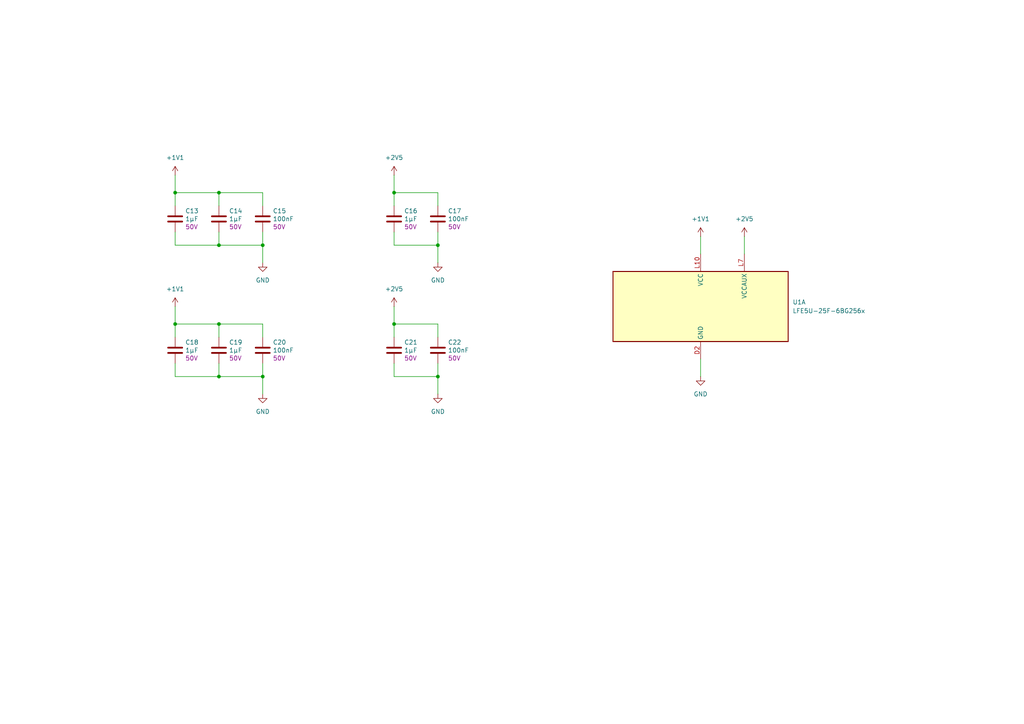
<source format=kicad_sch>
(kicad_sch (version 20250114) (generator "eeschema") (generator_version "9.0")
  (paper "A4")
  (lib_symbols
    (symbol "Device:C" (pin_numbers (hide yes)) (pin_names (offset 0.254))
      (property "Reference" "C" (at 0.635 2.54 0))
      (property "Value" "C" (at 0.635 -2.54 0))
      (symbol "C_0_1"
        (polyline (pts (xy -2.032 0.762) (xy 2.032 0.762)) (stroke (width 0.508)))
        (polyline (pts (xy -2.032 -0.762) (xy 2.032 -0.762)) (stroke (width 0.508)))
      )
      (symbol "C_1_1"
        (pin passive line (at 0 3.81 270) (length 2.794) (name "~") (number "1"))
        (pin passive line (at 0 -3.81 90) (length 2.794) (name "~") (number "2"))
      )
    )
    (symbol "clavier:LFE5U-25F-6BG256x"
      (property "Reference" "U" (at 24.13 0 0))
      (property "Value" "LFE5U-25F-6BG256x" (at 24.13 -2.54 0))
      (symbol "LFE5U-25F-6BG256x_1_1"
        (rectangle (start -25.4 10.16) (end 25.4 -10.16) (stroke (width 0.3048)) (fill (type background)))
        (pin passive line (at 0 15.24 270) (length 5.08) (hide yes) (name "VCC") (number "G6"))
        (pin passive line (at 0 15.24 270) (length 5.08) (hide yes) (name "VCC") (number "G7"))
        (pin passive line (at 0 15.24 270) (length 5.08) (hide yes) (name "VCC") (number "G9"))
        (pin power_in line (at 0 15.24 270) (length 5.08) (name "VCC") (number "L10"))
        (pin passive line (at 0 15.24 270) (length 5.08) (hide yes) (name "VCC") (number "L8"))
        (pin passive line (at 0 15.24 270) (length 5.08) (hide yes) (name "VCC") (number "L9"))
        (pin passive line (at 0 -15.24 90) (length 5.08) (hide yes) (name "GND") (number "A1"))
        (pin passive line (at 0 -15.24 90) (length 5.08) (hide yes) (name "GND") (number "A16"))
        (pin passive line (at 0 -15.24 90) (length 5.08) (hide yes) (name "GND") (number "D15"))
        (pin power_in line (at 0 -15.24 90) (length 5.08) (name "GND") (number "D2"))
        (pin passive line (at 0 -15.24 90) (length 5.08) (hide yes) (name "GND") (number "F8"))
        (pin passive line (at 0 -15.24 90) (length 5.08) (hide yes) (name "GND") (number "F9"))
        (pin passive line (at 0 -15.24 90) (length 5.08) (hide yes) (name "GND") (number "G10"))
        (pin passive line (at 0 -15.24 90) (length 5.08) (hide yes) (name "GND") (number "G8"))
        (pin passive line (at 0 -15.24 90) (length 5.08) (hide yes) (name "GND") (number "H1"))
        (pin passive line (at 0 -15.24 90) (length 5.08) (hide yes) (name "GND") (number "H10"))
        (pin passive line (at 0 -15.24 90) (length 5.08) (hide yes) (name "GND") (number "H16"))
        (pin passive line (at 0 -15.24 90) (length 5.08) (hide yes) (name "GND") (number "H8"))
        (pin passive line (at 0 -15.24 90) (length 5.08) (hide yes) (name "GND") (number "H9"))
        (pin passive line (at 0 -15.24 90) (length 5.08) (hide yes) (name "GND") (number "J10"))
        (pin passive line (at 0 -15.24 90) (length 5.08) (hide yes) (name "GND") (number "J8"))
        (pin passive line (at 0 -15.24 90) (length 5.08) (hide yes) (name "GND") (number "J9"))
        (pin passive line (at 0 -15.24 90) (length 5.08) (hide yes) (name "GND") (number "K10"))
        (pin passive line (at 0 -15.24 90) (length 5.08) (hide yes) (name "GND") (number "K6"))
        (pin passive line (at 0 -15.24 90) (length 5.08) (hide yes) (name "GND") (number "K7"))
        (pin passive line (at 0 -15.24 90) (length 5.08) (hide yes) (name "GND") (number "K8"))
        (pin passive line (at 0 -15.24 90) (length 5.08) (hide yes) (name "GND") (number "K9"))
        (pin passive line (at 0 -15.24 90) (length 5.08) (hide yes) (name "GND") (number "N15"))
        (pin passive line (at 0 -15.24 90) (length 5.08) (hide yes) (name "GND") (number "N2"))
        (pin passive line (at 0 -15.24 90) (length 5.08) (hide yes) (name "GND") (number "T1"))
        (pin passive line (at 0 -15.24 90) (length 5.08) (hide yes) (name "GND") (number "T12"))
        (pin passive line (at 0 -15.24 90) (length 5.08) (hide yes) (name "GND") (number "T16"))
        (pin passive line (at 0 -15.24 90) (length 5.08) (hide yes) (name "GND") (number "T5"))
        (pin passive line (at 12.7 15.24 270) (length 5.08) (hide yes) (name "VCCAUX") (number "G11"))
        (pin power_in line (at 12.7 15.24 270) (length 5.08) (name "VCCAUX") (number "L7"))
      )
      (symbol "LFE5U-25F-6BG256x_2_1"
        (rectangle (start -5.08 35.56) (end 5.08 -35.56) (stroke (width 0.3048)) (fill (type background)))
        (pin bidirectional line (at -10.16 25.4 0) (length 5.08) (name "PT4A") (number "A2"))
        (pin bidirectional line (at -10.16 22.86 0) (length 5.08) (name "PT4B") (number "B3"))
        (pin bidirectional line (at -10.16 20.32 0) (length 5.08) (name "PT6A") (number "A3"))
        (pin bidirectional line (at -10.16 17.78 0) (length 5.08) (name "PT6B") (number "A4"))
        (pin bidirectional line (at -10.16 15.24 0) (length 5.08) (name "PT9A") (number "E4"))
        (pin bidirectional line (at -10.16 12.7 0) (length 5.08) (name "PT9B") (number "D4"))
        (pin bidirectional line (at -10.16 10.16 0) (length 5.08) (name "PT11A") (number "C4"))
        (pin bidirectional line (at -10.16 7.62 0) (length 5.08) (name "PT11B") (number "B4"))
        (pin bidirectional line (at -10.16 5.08 0) (length 5.08) (name "PT13A") (number "E5"))
        (pin bidirectional line (at -10.16 2.54 0) (length 5.08) (name "PT13B") (number "D5"))
        (pin bidirectional line (at -10.16 0 0) (length 5.08) (name "PT15A") (number "C5"))
        (pin bidirectional line (at -10.16 -2.54 0) (length 5.08) (name "PT15B") (number "B5"))
        (pin bidirectional line (at -10.16 -5.08 0) (length 5.08) (name "PT18A") (number "A5"))
        (pin bidirectional line (at -10.16 -7.62 0) (length 5.08) (name "PT18B") (number "A6"))
        (pin bidirectional line (at -10.16 -10.16 0) (length 5.08) (name "PT20A") (number "E6"))
        (pin bidirectional line (at -10.16 -12.7 0) (length 5.08) (name "PT20B") (number "D6"))
        (pin bidirectional line (at -10.16 -15.24 0) (length 5.08) (name "PT22A") (number "C6"))
        (pin bidirectional line (at -10.16 -17.78 0) (length 5.08) (name "PT22B") (number "B6"))
        (pin bidirectional line (at -10.16 -20.32 0) (length 5.08) (name "PT24A") (number "E7"))
        (pin bidirectional line (at -10.16 -22.86 0) (length 5.08) (name "PT24B") (number "D7"))
        (pin bidirectional line (at -10.16 -25.4 0) (length 5.08) (name "PT27A") (number "C7"))
        (pin bidirectional line (at -10.16 -27.94 0) (length 5.08) (name "PT27B") (number "B7"))
        (pin bidirectional line (at -10.16 -30.48 0) (length 5.08) (name "PT29A") (number "A7"))
        (pin bidirectional line (at -10.16 -33.02 0) (length 5.08) (name "PT29B") (number "A8"))
        (pin passive line (at 0 40.64 270) (length 5.08) (hide yes) (name "VCCIO0") (number "F6"))
        (pin power_in line (at 0 40.64 270) (length 5.08) (name "VCCIO0") (number "F7"))
      )
      (symbol "LFE5U-25F-6BG256x_3_1"
        (rectangle (start -5.08 45.72) (end 5.08 -45.72) (stroke (width 0.3048)) (fill (type background)))
        (pin bidirectional line (at -10.16 35.56 0) (length 5.08) (name "PT33A") (number "E8"))
        (pin bidirectional line (at -10.16 33.02 0) (length 5.08) (name "PT33B") (number "D8"))
        (pin bidirectional line (at -10.16 30.48 0) (length 5.08) (name "PT35A") (number "C8"))
        (pin bidirectional line (at -10.16 27.94 0) (length 5.08) (name "PT35B") (number "B8"))
        (pin bidirectional line (at -10.16 25.4 0) (length 5.08) (name "PT38A") (number "B9"))
        (pin bidirectional line (at -10.16 22.86 0) (length 5.08) (name "PT38B") (number "C9"))
        (pin bidirectional line (at -10.16 20.32 0) (length 5.08) (name "PT40A") (number "D9"))
        (pin bidirectional line (at -10.16 17.78 0) (length 5.08) (name "PT40B") (number "E9"))
        (pin bidirectional line (at -10.16 15.24 0) (length 5.08) (name "PT42A") (number "A9"))
        (pin bidirectional line (at -10.16 12.7 0) (length 5.08) (name "PT42B") (number "A10"))
        (pin bidirectional line (at -10.16 10.16 0) (length 5.08) (name "PT44A") (number "B10"))
        (pin bidirectional line (at -10.16 7.62 0) (length 5.08) (name "PT44B") (number "C10"))
        (pin bidirectional line (at -10.16 5.08 0) (length 5.08) (name "PT47A") (number "D10"))
        (pin bidirectional line (at -10.16 2.54 0) (length 5.08) (name "PT47B") (number "E10"))
        (pin bidirectional line (at -10.16 0 0) (length 5.08) (name "PT49A") (number "B11"))
        (pin bidirectional line (at -10.16 -2.54 0) (length 5.08) (name "PT49B") (number "C11"))
        (pin bidirectional line (at -10.16 -5.08 0) (length 5.08) (name "PT51A") (number "D11"))
        (pin bidirectional line (at -10.16 -7.62 0) (length 5.08) (name "PT51B") (number "E11"))
        (pin bidirectional line (at -10.16 -10.16 0) (length 5.08) (name "PT53A") (number "A11"))
        (pin bidirectional line (at -10.16 -12.7 0) (length 5.08) (name "PT53B") (number "A12"))
        (pin bidirectional line (at -10.16 -15.24 0) (length 5.08) (name "PT56A") (number "B12"))
        (pin bidirectional line (at -10.16 -17.78 0) (length 5.08) (name "PT56B") (number "C12"))
        (pin bidirectional line (at -10.16 -20.32 0) (length 5.08) (name "PT58A") (number "D12"))
        (pin bidirectional line (at -10.16 -22.86 0) (length 5.08) (name "PT58B") (number "E12"))
        (pin bidirectional line (at -10.16 -25.4 0) (length 5.08) (name "PT60A") (number "B13"))
        (pin bidirectional line (at -10.16 -27.94 0) (length 5.08) (name "PT60B") (number "C13"))
        (pin bidirectional line (at -10.16 -30.48 0) (length 5.08) (name "PT62A") (number "D13"))
        (pin bidirectional line (at -10.16 -33.02 0) (length 5.08) (name "PT62B") (number "E13"))
        (pin bidirectional line (at -10.16 -35.56 0) (length 5.08) (name "PT65A") (number "A13"))
        (pin bidirectional line (at -10.16 -38.1 0) (length 5.08) (name "PT65B") (number "A14"))
        (pin bidirectional line (at -10.16 -40.64 0) (length 5.08) (name "PT67A") (number "B14"))
        (pin bidirectional line (at -10.16 -43.18 0) (length 5.08) (name "PT67B") (number "A15"))
        (pin passive line (at 0 50.8 270) (length 5.08) (hide yes) (name "VCCIO1") (number "F10"))
        (pin power_in line (at 0 50.8 270) (length 5.08) (name "VCCIO1") (number "F11"))
      )
      (symbol "LFE5U-25F-6BG256x_4_1"
        (rectangle (start -5.08 45.72) (end 5.08 -45.72) (stroke (width 0.3048)) (fill (type background)))
        (pin bidirectional line (at -10.16 35.56 0) (length 5.08) (name "PR2A") (number "B16"))
        (pin bidirectional line (at -10.16 33.02 0) (length 5.08) (name "PR2B") (number "B15"))
        (pin bidirectional line (at -10.16 30.48 0) (length 5.08) (name "PR2C") (number "C14"))
        (pin bidirectional line (at -10.16 27.94 0) (length 5.08) (name "PR2D") (number "D14"))
        (pin bidirectional line (at -10.16 25.4 0) (length 5.08) (name "PR5A") (number "C16"))
        (pin bidirectional line (at -10.16 22.86 0) (length 5.08) (name "PR5B") (number "C15"))
        (pin bidirectional line (at -10.16 20.32 0) (length 5.08) (name "PR5C") (number "E14"))
        (pin bidirectional line (at -10.16 17.78 0) (length 5.08) (name "PR5D") (number "F14"))
        (pin bidirectional line (at -10.16 15.24 0) (length 5.08) (name "PR8A") (number "D16"))
        (pin bidirectional line (at -10.16 12.7 0) (length 5.08) (name "PR8B") (number "E15"))
        (pin bidirectional line (at -10.16 10.16 0) (length 5.08) (name "PR8C") (number "F13"))
        (pin bidirectional line (at -10.16 7.62 0) (length 5.08) (name "PR8D") (number "F12"))
        (pin bidirectional line (at -10.16 5.08 0) (length 5.08) (name "PR11A") (number "G12"))
        (pin bidirectional line (at -10.16 2.54 0) (length 5.08) (name "PR11B") (number "G13"))
        (pin bidirectional line (at -10.16 0 0) (length 5.08) (name "PR11C") (number "F15"))
        (pin bidirectional line (at -10.16 -2.54 0) (length 5.08) (name "PR11D") (number "E16"))
        (pin bidirectional line (at -10.16 -5.08 0) (length 5.08) (name "PR14A") (number "F16"))
        (pin bidirectional line (at -10.16 -7.62 0) (length 5.08) (name "PR14B") (number "G15"))
        (pin bidirectional line (at -10.16 -10.16 0) (length 5.08) (name "PR14C") (number "G14"))
        (pin bidirectional line (at -10.16 -12.7 0) (length 5.08) (name "PR14D") (number "H14"))
        (pin bidirectional line (at -10.16 -15.24 0) (length 5.08) (name "PR17A") (number "H12"))
        (pin bidirectional line (at -10.16 -17.78 0) (length 5.08) (name "PR17B") (number "H13"))
        (pin bidirectional line (at -10.16 -20.32 0) (length 5.08) (name "PR17C") (number "J13"))
        (pin bidirectional line (at -10.16 -22.86 0) (length 5.08) (name "PR17D") (number "J12"))
        (pin bidirectional line (at -10.16 -25.4 0) (length 5.08) (name "PR20A") (number "G16"))
        (pin bidirectional line (at -10.16 -27.94 0) (length 5.08) (name "PR20B") (number "H15"))
        (pin bidirectional line (at -10.16 -30.48 0) (length 5.08) (name "PR20C") (number "J14"))
        (pin bidirectional line (at -10.16 -33.02 0) (length 5.08) (name "PR20D") (number "K14"))
        (pin bidirectional line (at -10.16 -35.56 0) (length 5.08) (name "PR23A") (number "J16"))
        (pin bidirectional line (at -10.16 -38.1 0) (length 5.08) (name "PR23B") (number "J15"))
        (pin bidirectional line (at -10.16 -40.64 0) (length 5.08) (name "PR23C") (number "K16"))
        (pin bidirectional line (at -10.16 -43.18 0) (length 5.08) (name "PR23D") (number "K15"))
        (pin power_in line (at 0 50.8 270) (length 5.08) (name "VCCIO2") (number "H11"))
        (pin passive line (at 0 50.8 270) (length 5.08) (hide yes) (name "VCCIO2") (number "J11"))
      )
      (symbol "LFE5U-25F-6BG256x_5_1"
        (rectangle (start -5.08 45.72) (end 5.08 -45.72) (stroke (width 0.3048)) (fill (type background)))
        (pin bidirectional line (at -10.16 35.56 0) (length 5.08) (name "PR26A") (number "L16"))
        (pin bidirectional line (at -10.16 33.02 0) (length 5.08) (name "PR26B") (number "L15"))
        (pin bidirectional line (at -10.16 30.48 0) (length 5.08) (name "PR26C") (number "M16"))
        (pin bidirectional line (at -10.16 27.94 0) (length 5.08) (name "PR26D") (number "M15"))
        (pin bidirectional line (at -10.16 25.4 0) (length 5.08) (name "PR29A") (number "K13"))
        (pin bidirectional line (at -10.16 22.86 0) (length 5.08) (name "PR29B") (number "K12"))
        (pin bidirectional line (at -10.16 20.32 0) (length 5.08) (name "PR29C") (number "L13"))
        (pin bidirectional line (at -10.16 17.78 0) (length 5.08) (name "PR29D") (number "L12"))
        (pin bidirectional line (at -10.16 15.24 0) (length 5.08) (name "PR32A") (number "N16"))
        (pin bidirectional line (at -10.16 12.7 0) (length 5.08) (name "PR32B") (number "P15"))
        (pin bidirectional line (at -10.16 10.16 0) (length 5.08) (name "PR32C") (number "L14"))
        (pin bidirectional line (at -10.16 7.62 0) (length 5.08) (name "PR32D") (number "M14"))
        (pin bidirectional line (at -10.16 5.08 0) (length 5.08) (name "PR35A") (number "P16"))
        (pin bidirectional line (at -10.16 2.54 0) (length 5.08) (name "PR35B") (number "R16"))
        (pin bidirectional line (at -10.16 0 0) (length 5.08) (name "PR35C") (number "M13"))
        (pin bidirectional line (at -10.16 -2.54 0) (length 5.08) (name "PR35D") (number "N14"))
        (pin bidirectional line (at -10.16 -5.08 0) (length 5.08) (name "PR38A") (number "N13"))
        (pin bidirectional line (at -10.16 -7.62 0) (length 5.08) (name "PR38B") (number "P14"))
        (pin bidirectional line (at -10.16 -10.16 0) (length 5.08) (name "PR38C") (number "R15"))
        (pin bidirectional line (at -10.16 -12.7 0) (length 5.08) (name "PR38D") (number "T15"))
        (pin bidirectional line (at -10.16 -15.24 0) (length 5.08) (name "PR41A") (number "P13"))
        (pin bidirectional line (at -10.16 -17.78 0) (length 5.08) (name "PR41B") (number "R14"))
        (pin bidirectional line (at -10.16 -20.32 0) (length 5.08) (name "PR41C") (number "R13"))
        (pin bidirectional line (at -10.16 -22.86 0) (length 5.08) (name "PR41D") (number "T14"))
        (pin bidirectional line (at -10.16 -25.4 0) (length 5.08) (name "PR44A") (number "R12"))
        (pin bidirectional line (at -10.16 -27.94 0) (length 5.08) (name "PR44B") (number "T13"))
        (pin bidirectional line (at -10.16 -30.48 0) (length 5.08) (name "PR44C") (number "M12"))
        (pin bidirectional line (at -10.16 -33.02 0) (length 5.08) (name "PR44D") (number "N12"))
        (pin bidirectional line (at -10.16 -35.56 0) (length 5.08) (name "PR47A") (number "M11"))
        (pin bidirectional line (at -10.16 -38.1 0) (length 5.08) (name "PR47B") (number "N11"))
        (pin bidirectional line (at -10.16 -40.64 0) (length 5.08) (name "PR47C") (number "P11"))
        (pin bidirectional line (at -10.16 -43.18 0) (length 5.08) (name "PR47D") (number "P12"))
        (pin passive line (at 0 50.8 270) (length 5.08) (hide yes) (name "VCCIO3") (number "K11"))
        (pin power_in line (at 0 50.8 270) (length 5.08) (name "VCCIO3") (number "L11"))
      )
      (symbol "LFE5U-25F-6BG256x_6_1"
        (rectangle (start -5.08 45.72) (end 5.08 -45.72) (stroke (width 0.3048)) (fill (type background)))
        (pin bidirectional line (at -10.16 35.56 0) (length 5.08) (name "PL26A") (number "L1"))
        (pin bidirectional line (at -10.16 33.02 0) (length 5.08) (name "PL26B") (number "L2"))
        (pin bidirectional line (at -10.16 30.48 0) (length 5.08) (name "PL26C") (number "M1"))
        (pin bidirectional line (at -10.16 27.94 0) (length 5.08) (name "PL26D") (number "M2"))
        (pin bidirectional line (at -10.16 25.4 0) (length 5.08) (name "PL29A") (number "K4"))
        (pin bidirectional line (at -10.16 22.86 0) (length 5.08) (name "PL29B") (number "K5"))
        (pin bidirectional line (at -10.16 20.32 0) (length 5.08) (name "PL29C") (number "L4"))
        (pin bidirectional line (at -10.16 17.78 0) (length 5.08) (name "PL29D") (number "L5"))
        (pin bidirectional line (at -10.16 15.24 0) (length 5.08) (name "PL32A") (number "N1"))
        (pin bidirectional line (at -10.16 12.7 0) (length 5.08) (name "PL32B") (number "P2"))
        (pin bidirectional line (at -10.16 10.16 0) (length 5.08) (name "PL32C") (number "L3"))
        (pin bidirectional line (at -10.16 7.62 0) (length 5.08) (name "PL32D") (number "M3"))
        (pin bidirectional line (at -10.16 5.08 0) (length 5.08) (name "PL35A") (number "P1"))
        (pin bidirectional line (at -10.16 2.54 0) (length 5.08) (name "PL35B") (number "R1"))
        (pin bidirectional line (at -10.16 0 0) (length 5.08) (name "PL35C") (number "M4"))
        (pin bidirectional line (at -10.16 -2.54 0) (length 5.08) (name "PL35D") (number "N3"))
        (pin bidirectional line (at -10.16 -5.08 0) (length 5.08) (name "PL38A") (number "N4"))
        (pin bidirectional line (at -10.16 -7.62 0) (length 5.08) (name "PL38B") (number "P3"))
        (pin bidirectional line (at -10.16 -10.16 0) (length 5.08) (name "PL38C") (number "R2"))
        (pin bidirectional line (at -10.16 -12.7 0) (length 5.08) (name "PL38D") (number "T2"))
        (pin bidirectional line (at -10.16 -15.24 0) (length 5.08) (name "PL41A") (number "P4"))
        (pin bidirectional line (at -10.16 -17.78 0) (length 5.08) (name "PL41B") (number "R3"))
        (pin bidirectional line (at -10.16 -20.32 0) (length 5.08) (name "PL41C") (number "R4"))
        (pin bidirectional line (at -10.16 -22.86 0) (length 5.08) (name "PL41D") (number "T3"))
        (pin bidirectional line (at -10.16 -25.4 0) (length 5.08) (name "PL44A") (number "R5"))
        (pin bidirectional line (at -10.16 -27.94 0) (length 5.08) (name "PL44B") (number "T4"))
        (pin bidirectional line (at -10.16 -30.48 0) (length 5.08) (name "PL44C") (number "M5"))
        (pin bidirectional line (at -10.16 -33.02 0) (length 5.08) (name "PL44D") (number "N5"))
        (pin bidirectional line (at -10.16 -35.56 0) (length 5.08) (name "PL47A") (number "M6"))
        (pin bidirectional line (at -10.16 -38.1 0) (length 5.08) (name "PL47B") (number "N6"))
        (pin bidirectional line (at -10.16 -40.64 0) (length 5.08) (name "PL47C") (number "P6"))
        (pin bidirectional line (at -10.16 -43.18 0) (length 5.08) (name "PL47D") (number "P5"))
        (pin passive line (at 0 50.8 270) (length 5.08) (hide yes) (name "VCCIO6") (number "J6"))
        (pin power_in line (at 0 50.8 270) (length 5.08) (name "VCCIO6") (number "J7"))
      )
      (symbol "LFE5U-25F-6BG256x_7_1"
        (rectangle (start -5.08 45.72) (end 5.08 -45.72) (stroke (width 0.3048)) (fill (type background)))
        (pin bidirectional line (at -10.16 35.56 0) (length 5.08) (name "PL2A") (number "B1"))
        (pin bidirectional line (at -10.16 33.02 0) (length 5.08) (name "PL2B") (number "B2"))
        (pin bidirectional line (at -10.16 30.48 0) (length 5.08) (name "PL2C") (number "C3"))
        (pin bidirectional line (at -10.16 27.94 0) (length 5.08) (name "PL2D") (number "D3"))
        (pin bidirectional line (at -10.16 25.4 0) (length 5.08) (name "PL5A") (number "C1"))
        (pin bidirectional line (at -10.16 22.86 0) (length 5.08) (name "PL5B") (number "C2"))
        (pin bidirectional line (at -10.16 20.32 0) (length 5.08) (name "PL5C") (number "E3"))
        (pin bidirectional line (at -10.16 17.78 0) (length 5.08) (name "PL5D") (number "F3"))
        (pin bidirectional line (at -10.16 15.24 0) (length 5.08) (name "PL8A") (number "D1"))
        (pin bidirectional line (at -10.16 12.7 0) (length 5.08) (name "PL8B") (number "E2"))
        (pin bidirectional line (at -10.16 10.16 0) (length 5.08) (name "PL8C") (number "F4"))
        (pin bidirectional line (at -10.16 7.62 0) (length 5.08) (name "PL8D") (number "F5"))
        (pin bidirectional line (at -10.16 5.08 0) (length 5.08) (name "PL11A") (number "G5"))
        (pin bidirectional line (at -10.16 2.54 0) (length 5.08) (name "PL11B") (number "G4"))
        (pin bidirectional line (at -10.16 0 0) (length 5.08) (name "PL11C") (number "F2"))
        (pin bidirectional line (at -10.16 -2.54 0) (length 5.08) (name "PL11D") (number "E1"))
        (pin bidirectional line (at -10.16 -5.08 0) (length 5.08) (name "PL14A") (number "F1"))
        (pin bidirectional line (at -10.16 -7.62 0) (length 5.08) (name "PL14B") (number "G2"))
        (pin bidirectional line (at -10.16 -10.16 0) (length 5.08) (name "PL14C") (number "G3"))
        (pin bidirectional line (at -10.16 -12.7 0) (length 5.08) (name "PL14D") (number "H3"))
        (pin bidirectional line (at -10.16 -15.24 0) (length 5.08) (name "PL17A") (number "H5"))
        (pin bidirectional line (at -10.16 -17.78 0) (length 5.08) (name "PL17B") (number "H4"))
        (pin bidirectional line (at -10.16 -20.32 0) (length 5.08) (name "PL17C") (number "J4"))
        (pin bidirectional line (at -10.16 -22.86 0) (length 5.08) (name "PL17D") (number "J5"))
        (pin bidirectional line (at -10.16 -25.4 0) (length 5.08) (name "PL20A") (number "G1"))
        (pin bidirectional line (at -10.16 -27.94 0) (length 5.08) (name "PL20B") (number "H2"))
        (pin bidirectional line (at -10.16 -30.48 0) (length 5.08) (name "PL20C") (number "J3"))
        (pin bidirectional line (at -10.16 -33.02 0) (length 5.08) (name "PL20D") (number "K3"))
        (pin bidirectional line (at -10.16 -35.56 0) (length 5.08) (name "PL23A") (number "J1"))
        (pin bidirectional line (at -10.16 -38.1 0) (length 5.08) (name "PL23B") (number "J2"))
        (pin bidirectional line (at -10.16 -40.64 0) (length 5.08) (name "PL23C") (number "K1"))
        (pin bidirectional line (at -10.16 -43.18 0) (length 5.08) (name "PL23D") (number "K2"))
        (pin passive line (at 0 50.8 270) (length 5.08) (hide yes) (name "VCCIO7") (number "H6"))
        (pin power_in line (at 0 50.8 270) (length 5.08) (name "VCCIO7") (number "H7"))
      )
      (symbol "LFE5U-25F-6BG256x_8_1"
        (rectangle (start -5.08 21.59) (end 5.08 -21.59) (stroke (width 0.3048)) (fill (type background)))
        (pin bidirectional line (at -10.16 11.43 0) (length 5.08) (name "PB4A") (number "T6"))
        (pin bidirectional line (at -10.16 8.89 0) (length 5.08) (name "PB4B") (number "R6"))
        (pin bidirectional line (at -10.16 6.35 0) (length 5.08) (name "PB6A") (number "R7"))
        (pin bidirectional line (at -10.16 3.81 0) (length 5.08) (name "PB6B") (number "P7"))
        (pin bidirectional line (at -10.16 1.27 0) (length 5.08) (name "PB9A") (number "N7"))
        (pin bidirectional line (at -10.16 -1.27 0) (length 5.08) (name "PB9B") (number "M7"))
        (pin bidirectional line (at -10.16 -3.81 0) (length 5.08) (name "PB11A") (number "T7"))
        (pin bidirectional line (at -10.16 -6.35 0) (length 5.08) (name "PB11B") (number "T8"))
        (pin bidirectional line (at -10.16 -8.89 0) (length 5.08) (name "PB13A") (number "R8"))
        (pin bidirectional line (at -10.16 -11.43 0) (length 5.08) (name "PB13B") (number "P8"))
        (pin bidirectional line (at -10.16 -13.97 0) (length 5.08) (name "PB15A") (number "N8"))
        (pin bidirectional line (at -10.16 -16.51 0) (length 5.08) (name "PB15B") (number "M8"))
        (pin bidirectional line (at -10.16 -19.05 0) (length 5.08) (name "PB18A") (number "M9"))
        (pin power_in line (at 0 26.67 270) (length 5.08) (name "VCCIO8") (number "L6"))
      )
      (symbol "LFE5U-25F-6BG256x_9_1"
        (rectangle (start -10.16 12.7) (end 10.16 -12.7) (stroke (width 0.3048)) (fill (type background)))
        (pin bidirectional line (at -15.24 10.16 0) (length 5.08) (name "CCLK") (number "N9"))
        (pin input line (at -15.24 5.08 0) (length 5.08) (name "~{PROGRAM}") (number "R9"))
        (pin open_collector line (at -15.24 2.54 0) (length 5.08) (name "~{INIT}") (number "T9"))
        (pin open_collector line (at -15.24 0 0) (length 5.08) (name "DONE") (number "P9"))
        (pin input line (at -15.24 -5.08 0) (length 5.08) (name "CFG_0") (number "N10"))
        (pin input line (at -15.24 -7.62 0) (length 5.08) (name "CFG_1") (number "P10"))
        (pin input line (at -15.24 -10.16 0) (length 5.08) (name "CFG_2") (number "R10"))
        (pin output line (at 15.24 10.16 180) (length 5.08) (name "TDO") (number "M10"))
        (pin input line (at 15.24 7.62 180) (length 5.08) (name "TCK") (number "T10"))
        (pin input line (at 15.24 5.08 180) (length 5.08) (name "TDI") (number "R11"))
        (pin input line (at 15.24 2.54 180) (length 5.08) (name "TMS") (number "T11"))
      )
    )
    (symbol "power:+1V1" (power) (pin_numbers (hide yes)) (pin_names (offset 0) (hide yes))
      (property "Value" "+1V1" (at 0 3.556 0))
      (symbol "+1V1_0_1"
        (polyline (pts (xy -0.762 1.27) (xy 0 2.54)))
        (polyline (pts (xy 0 2.54) (xy 0.762 1.27)))
        (polyline (pts (xy 0 0) (xy 0 2.54)))
      )
      (symbol "+1V1_1_1"
        (pin power_in line (at 0 0 90) (length 0) (name "~") (number "1"))
      )
    )
    (symbol "power:+2V5" (power) (pin_numbers (hide yes)) (pin_names (offset 0) (hide yes))
      (property "Value" "+2V5" (at 0 3.556 0))
      (symbol "+2V5_0_1"
        (polyline (pts (xy -0.762 1.27) (xy 0 2.54)))
        (polyline (pts (xy 0 2.54) (xy 0.762 1.27)))
        (polyline (pts (xy 0 0) (xy 0 2.54)))
      )
      (symbol "+2V5_1_1"
        (pin power_in line (at 0 0 90) (length 0) (name "~") (number "1"))
      )
    )
    (symbol "power:GND" (power) (pin_numbers (hide yes)) (pin_names (offset 0) (hide yes))
      (property "Value" "GND" (at 0 -3.81 0))
      (symbol "GND_0_1"
        (polyline (pts (xy 0 0) (xy 0 -1.27) (xy 1.27 -1.27) (xy 0 -2.54) (xy -1.27 -1.27) (xy 0 -1.27)))
      )
      (symbol "GND_1_1"
        (pin power_in line (at 0 0 270) (length 0) (name "~") (number "1"))
      )
    )
  )
  (junction (at 76.2 109.22))
  (junction (at 63.5 109.22))
  (junction (at 127 71.12))
  (junction (at 50.8 55.88))
  (junction (at 63.5 55.88))
  (junction (at 114.3 93.98))
  (junction (at 50.8 93.98))
  (junction (at 114.3 55.88))
  (junction (at 76.2 71.12))
  (junction (at 63.5 93.98))
  (junction (at 63.5 71.12))
  (junction (at 127 109.22))
  (wire (pts (xy 50.8 50.8) (xy 50.8 55.88)))
  (wire (pts (xy 76.2 93.98) (xy 63.5 93.98)))
  (wire (pts (xy 114.3 55.88) (xy 114.3 59.69)))
  (wire (pts (xy 63.5 55.88) (xy 50.8 55.88)))
  (wire (pts (xy 50.8 105.41) (xy 50.8 109.22)))
  (wire (pts (xy 114.3 50.8) (xy 114.3 55.88)))
  (wire (pts (xy 203.2 109.22) (xy 203.2 104.14)))
  (wire (pts (xy 127 105.41) (xy 127 109.22)))
  (wire (pts (xy 114.3 88.9) (xy 114.3 93.98)))
  (wire (pts (xy 114.3 71.12) (xy 127 71.12)))
  (wire (pts (xy 127 67.31) (xy 127 71.12)))
  (wire (pts (xy 50.8 55.88) (xy 50.8 59.69)))
  (wire (pts (xy 127 93.98) (xy 114.3 93.98)))
  (wire (pts (xy 114.3 109.22) (xy 127 109.22)))
  (wire (pts (xy 76.2 71.12) (xy 76.2 76.2)))
  (wire (pts (xy 50.8 88.9) (xy 50.8 93.98)))
  (wire (pts (xy 127 71.12) (xy 127 76.2)))
  (wire (pts (xy 76.2 97.79) (xy 76.2 93.98)))
  (wire (pts (xy 114.3 105.41) (xy 114.3 109.22)))
  (wire (pts (xy 127 93.98) (xy 127 97.79)))
  (wire (pts (xy 127 55.88) (xy 114.3 55.88)))
  (wire (pts (xy 203.2 68.58) (xy 203.2 73.66)))
  (wire (pts (xy 63.5 93.98) (xy 50.8 93.98)))
  (wire (pts (xy 50.8 67.31) (xy 50.8 71.12)))
  (wire (pts (xy 63.5 71.12) (xy 76.2 71.12)))
  (wire (pts (xy 50.8 71.12) (xy 63.5 71.12)))
  (wire (pts (xy 76.2 105.41) (xy 76.2 109.22)))
  (wire (pts (xy 63.5 55.88) (xy 63.5 59.69)))
  (wire (pts (xy 63.5 93.98) (xy 63.5 97.79)))
  (wire (pts (xy 76.2 109.22) (xy 76.2 114.3)))
  (wire (pts (xy 76.2 59.69) (xy 76.2 55.88)))
  (wire (pts (xy 114.3 93.98) (xy 114.3 97.79)))
  (wire (pts (xy 63.5 109.22) (xy 76.2 109.22)))
  (wire (pts (xy 127 55.88) (xy 127 59.69)))
  (wire (pts (xy 63.5 67.31) (xy 63.5 71.12)))
  (wire (pts (xy 50.8 109.22) (xy 63.5 109.22)))
  (wire (pts (xy 76.2 55.88) (xy 63.5 55.88)))
  (wire (pts (xy 127 109.22) (xy 127 114.3)))
  (wire (pts (xy 76.2 67.31) (xy 76.2 71.12)))
  (wire (pts (xy 63.5 105.41) (xy 63.5 109.22)))
  (wire (pts (xy 114.3 67.31) (xy 114.3 71.12)))
  (wire (pts (xy 50.8 93.98) (xy 50.8 97.79)))
  (wire (pts (xy 215.9 68.58) (xy 215.9 73.66)))
  (symbol (lib_id "Device:C") (at 50.8 63.5 0) (unit 1)
    (property "Reference" "C13" (at 53.721 61.1886 0) (effects (justify left)))
    (property "Value" "1µF" (at 53.721 63.5 0) (effects (justify left)))
    (property "Footprint" "Capacitor_SMD:C_0603_1608Metric" (effects (hide yes)))
    (property "Datasheet" "https://product.tdk.com/system/files/dam/doc/product/capacitor/ceramic/mlcc/catalog/mlcc_commercial_general_en.pdf" (effects (hide yes)))
    (property "Voltage" "50V" (at 53.721 65.8114 0) (effects (justify left)))
    (property "Part_number" "C1608X5R1H105K080AB" (effects (hide yes)))
  )
  (symbol (lib_id "Device:C") (at 76.2 63.5 0) (unit 1)
    (property "Reference" "C15" (at 79.121 61.1886 0) (effects (justify left)))
    (property "Value" "100nF" (at 79.121 63.5 0) (effects (justify left)))
    (property "Footprint" "Capacitor_SMD:C_0603_1608Metric" (effects (hide yes)))
    (property "Datasheet" "https://product.tdk.com/system/files/dam/doc/product/capacitor/ceramic/mlcc/catalog/mlcc_commercial_general_en.pdf" (effects (hide yes)))
    (property "Voltage" "50V" (at 79.121 65.8114 0) (effects (justify left)))
    (property "Part_number" "C1608X5R1H104K080AA" (effects (hide yes)))
  )
  (symbol (lib_id "Device:C") (at 63.5 63.5 0) (unit 1)
    (property "Reference" "C14" (at 66.421 61.1886 0) (effects (justify left)))
    (property "Value" "1µF" (at 66.421 63.5 0) (effects (justify left)))
    (property "Footprint" "Capacitor_SMD:C_0603_1608Metric" (effects (hide yes)))
    (property "Datasheet" "https://product.tdk.com/system/files/dam/doc/product/capacitor/ceramic/mlcc/catalog/mlcc_commercial_general_en.pdf" (effects (hide yes)))
    (property "Voltage" "50V" (at 66.421 65.8114 0) (effects (justify left)))
    (property "Part_number" "C1608X5R1H105K080AB" (effects (hide yes)))
  )
  (symbol (lib_id "Device:C") (at 63.5 101.6 0) (unit 1)
    (property "Reference" "C19" (at 66.421 99.2886 0) (effects (justify left)))
    (property "Value" "1µF" (at 66.421 101.6 0) (effects (justify left)))
    (property "Footprint" "Capacitor_SMD:C_0603_1608Metric" (effects (hide yes)))
    (property "Datasheet" "https://product.tdk.com/system/files/dam/doc/product/capacitor/ceramic/mlcc/catalog/mlcc_commercial_general_en.pdf" (effects (hide yes)))
    (property "Voltage" "50V" (at 66.421 103.9114 0) (effects (justify left)))
    (property "Part_number" "C1608X5R1H105K080AB" (effects (hide yes)))
  )
  (symbol (lib_id "Device:C") (at 114.3 101.6 0) (unit 1)
    (property "Reference" "C21" (at 117.221 99.2886 0) (effects (justify left)))
    (property "Value" "1µF" (at 117.221 101.6 0) (effects (justify left)))
    (property "Footprint" "Capacitor_SMD:C_0603_1608Metric" (effects (hide yes)))
    (property "Datasheet" "https://product.tdk.com/system/files/dam/doc/product/capacitor/ceramic/mlcc/catalog/mlcc_commercial_general_en.pdf" (effects (hide yes)))
    (property "Voltage" "50V" (at 117.221 103.9114 0) (effects (justify left)))
    (property "Part_number" "C1608X5R1H105K080AB" (effects (hide yes)))
  )
  (symbol (lib_id "Device:C") (at 114.3 63.5 0) (unit 1)
    (property "Reference" "C16" (at 117.221 61.1886 0) (effects (justify left)))
    (property "Value" "1µF" (at 117.221 63.5 0) (effects (justify left)))
    (property "Footprint" "Capacitor_SMD:C_0603_1608Metric" (effects (hide yes)))
    (property "Datasheet" "https://product.tdk.com/system/files/dam/doc/product/capacitor/ceramic/mlcc/catalog/mlcc_commercial_general_en.pdf" (effects (hide yes)))
    (property "Voltage" "50V" (at 117.221 65.8114 0) (effects (justify left)))
    (property "Part_number" "C1608X5R1H105K080AB" (effects (hide yes)))
  )
  (symbol (lib_id "clavier:LFE5U-25F-6BG256x") (at 203.2 88.9 0) (unit 1)
    (property "Reference" "U1" (at 229.87 87.6299 0) (effects (justify left)))
    (property "Value" "LFE5U-25F-6BG256x" (at 229.87 90.1699 0) (effects (justify left)))
    (property "Datasheet" "https://www.latticesemi.com/view_document?document_id=50461" (effects (hide yes)))
    (property "Description" "ECP5 FPGA, 24K LUTs, 1.1V, BGA-256" (effects (hide yes)))
  )
  (symbol (lib_id "power:+2V5") (at 114.3 50.8 0) (unit 1)
    (property "Reference" "#PWR014" (effects (hide yes)))
    (property "Value" "+2V5" (at 114.3 45.72 0))
    (property "Description" "Power symbol creates a global label with name \"+2V5\"" (effects (hide yes)))
  )
  (symbol (lib_id "Device:C") (at 127 101.6 0) (unit 1)
    (property "Reference" "C22" (at 129.921 99.2886 0) (effects (justify left)))
    (property "Value" "100nF" (at 129.921 101.6 0) (effects (justify left)))
    (property "Footprint" "Capacitor_SMD:C_0603_1608Metric" (effects (hide yes)))
    (property "Datasheet" "https://product.tdk.com/system/files/dam/doc/product/capacitor/ceramic/mlcc/catalog/mlcc_commercial_general_en.pdf" (effects (hide yes)))
    (property "Voltage" "50V" (at 129.921 103.9114 0) (effects (justify left)))
    (property "Part_number" "C1608X5R1H104K080AA" (effects (hide yes)))
  )
  (symbol (lib_id "power:GND") (at 127 114.3 0) (unit 1)
    (property "Reference" "#PWR023" (effects (hide yes)))
    (property "Value" "GND" (at 127 119.38 0))
    (property "Description" "Power symbol creates a global label with name \"GND\" , ground" (effects (hide yes)))
  )
  (symbol (lib_id "power:+2V5") (at 215.9 68.58 0) (unit 1)
    (property "Reference" "#PWR016" (effects (hide yes)))
    (property "Value" "+2V5" (at 215.9 63.5 0))
    (property "Description" "Power symbol creates a global label with name \"+2V5\"" (effects (hide yes)))
  )
  (symbol (lib_id "power:+1V1") (at 203.2 68.58 0) (unit 1)
    (property "Reference" "#PWR015" (effects (hide yes)))
    (property "Value" "+1V1" (at 203.2 63.5 0))
    (property "Description" "Power symbol creates a global label with name \"+1V1\"" (effects (hide yes)))
  )
  (symbol (lib_id "power:GND") (at 127 76.2 0) (unit 1)
    (property "Reference" "#PWR018" (effects (hide yes)))
    (property "Value" "GND" (at 127 81.28 0))
    (property "Description" "Power symbol creates a global label with name \"GND\" , ground" (effects (hide yes)))
  )
  (symbol (lib_id "power:GND") (at 76.2 76.2 0) (unit 1)
    (property "Reference" "#PWR017" (effects (hide yes)))
    (property "Value" "GND" (at 76.2 81.28 0))
    (property "Description" "Power symbol creates a global label with name \"GND\" , ground" (effects (hide yes)))
  )
  (symbol (lib_id "power:+1V1") (at 50.8 50.8 0) (unit 1)
    (property "Reference" "#PWR013" (effects (hide yes)))
    (property "Value" "+1V1" (at 50.8 45.72 0))
    (property "Description" "Power symbol creates a global label with name \"+1V1\"" (effects (hide yes)))
  )
  (symbol (lib_id "Device:C") (at 50.8 101.6 0) (unit 1)
    (property "Reference" "C18" (at 53.721 99.2886 0) (effects (justify left)))
    (property "Value" "1µF" (at 53.721 101.6 0) (effects (justify left)))
    (property "Footprint" "Capacitor_SMD:C_0603_1608Metric" (effects (hide yes)))
    (property "Datasheet" "https://product.tdk.com/system/files/dam/doc/product/capacitor/ceramic/mlcc/catalog/mlcc_commercial_general_en.pdf" (effects (hide yes)))
    (property "Voltage" "50V" (at 53.721 103.9114 0) (effects (justify left)))
    (property "Part_number" "C1608X5R1H105K080AB" (effects (hide yes)))
  )
  (symbol (lib_id "power:GND") (at 203.2 109.22 0) (unit 1)
    (property "Reference" "#PWR021" (effects (hide yes)))
    (property "Value" "GND" (at 203.2 114.3 0))
    (property "Description" "Power symbol creates a global label with name \"GND\" , ground" (effects (hide yes)))
  )
  (symbol (lib_id "power:+1V1") (at 50.8 88.9 0) (unit 1)
    (property "Reference" "#PWR019" (effects (hide yes)))
    (property "Value" "+1V1" (at 50.8 83.82 0))
    (property "Description" "Power symbol creates a global label with name \"+1V1\"" (effects (hide yes)))
  )
  (symbol (lib_id "Device:C") (at 127 63.5 0) (unit 1)
    (property "Reference" "C17" (at 129.921 61.1886 0) (effects (justify left)))
    (property "Value" "100nF" (at 129.921 63.5 0) (effects (justify left)))
    (property "Footprint" "Capacitor_SMD:C_0603_1608Metric" (effects (hide yes)))
    (property "Datasheet" "https://product.tdk.com/system/files/dam/doc/product/capacitor/ceramic/mlcc/catalog/mlcc_commercial_general_en.pdf" (effects (hide yes)))
    (property "Voltage" "50V" (at 129.921 65.8114 0) (effects (justify left)))
    (property "Part_number" "C1608X5R1H104K080AA" (effects (hide yes)))
  )
  (symbol (lib_id "power:+2V5") (at 114.3 88.9 0) (unit 1)
    (property "Reference" "#PWR020" (effects (hide yes)))
    (property "Value" "+2V5" (at 114.3 83.82 0))
    (property "Description" "Power symbol creates a global label with name \"+2V5\"" (effects (hide yes)))
  )
  (symbol (lib_id "power:GND") (at 76.2 114.3 0) (unit 1)
    (property "Reference" "#PWR022" (effects (hide yes)))
    (property "Value" "GND" (at 76.2 119.38 0))
    (property "Description" "Power symbol creates a global label with name \"GND\" , ground" (effects (hide yes)))
  )
  (symbol (lib_id "Device:C") (at 76.2 101.6 0) (unit 1)
    (property "Reference" "C20" (at 79.121 99.2886 0) (effects (justify left)))
    (property "Value" "100nF" (at 79.121 101.6 0) (effects (justify left)))
    (property "Footprint" "Capacitor_SMD:C_0603_1608Metric" (effects (hide yes)))
    (property "Datasheet" "https://product.tdk.com/system/files/dam/doc/product/capacitor/ceramic/mlcc/catalog/mlcc_commercial_general_en.pdf" (effects (hide yes)))
    (property "Voltage" "50V" (at 79.121 103.9114 0) (effects (justify left)))
    (property "Part_number" "C1608X5R1H104K080AA" (effects (hide yes)))
  )
)
</source>
